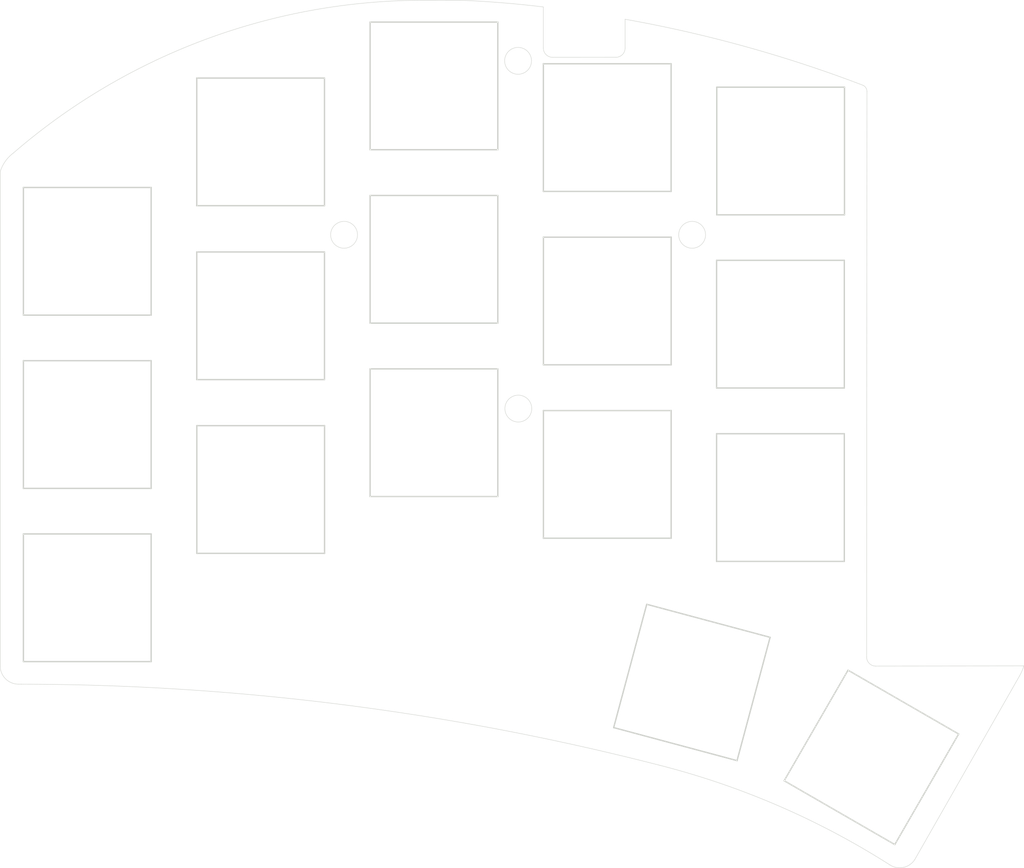
<source format=kicad_pcb>
(kicad_pcb (version 20221018) (generator pcbnew)
  (layers (0 "F.Cu" signal) (31 "B.Cu" signal) (34 "B.Paste" user) (35 "F.Paste" user) (36 "B.SilkS" user "B.Silkscreen") (37 "F.SilkS" user "F.Silkscreen") (38 "B.Mask" user) (39 "F.Mask" user) (44 "Edge.Cuts" user))
  (net 0 "")
  (footprint "kbd:SW_PG1350_cut" (layer "F.Cu") (at 45 77)
    (fp_text reference "SW2" hide)
    (fp_text value "SW_Push" hide)
    (fp_line (start -7 -7) (end 7 -7) (stroke (width 0.15)) (layer "Edge.Cuts"))
    (fp_line (start -7 7) (end -7 -7) (stroke (width 0.15)) (layer "Edge.Cuts"))
    (fp_line (start -7 7) (end 7 7) (stroke (width 0.15)) (layer "Edge.Cuts"))
    (fp_line (start 7 7) (end 7 -7) (stroke (width 0.15)) (layer "Edge.Cuts"))
  )
  (footprint "kbd:SW_PG1350_cut" (layer "F.Cu") (at 64 65)
    (fp_text reference "SW3" hide)
    (fp_text value "SW_Push" hide)
    (fp_line (start -7 -7) (end 7 -7) (stroke (width 0.15)) (layer "Edge.Cuts"))
    (fp_line (start -7 7) (end -7 -7) (stroke (width 0.15)) (layer "Edge.Cuts"))
    (fp_line (start -7 7) (end 7 7) (stroke (width 0.15)) (layer "Edge.Cuts"))
    (fp_line (start 7 7) (end 7 -7) (stroke (width 0.15)) (layer "Edge.Cuts"))
  )
  (footprint "kbd:SW_PG1350_cut" (layer "F.Cu") (at 83 58.86)
    (fp_text reference "SW4" hide)
    (fp_text value "SW_Push" hide)
    (fp_line (start -7 -7) (end 7 -7) (stroke (width 0.15)) (layer "Edge.Cuts"))
    (fp_line (start -7 7) (end -7 -7) (stroke (width 0.15)) (layer "Edge.Cuts"))
    (fp_line (start -7 7) (end 7 7) (stroke (width 0.15)) (layer "Edge.Cuts"))
    (fp_line (start 7 7) (end 7 -7) (stroke (width 0.15)) (layer "Edge.Cuts"))
  )
  (footprint "kbd:SW_PG1350_cut" (layer "F.Cu") (at 101.994 63.432)
    (fp_text reference "SW5" hide)
    (fp_text value "SW_Push" hide)
    (fp_line (start -7 -7) (end 7 -7) (stroke (width 0.15)) (layer "Edge.Cuts"))
    (fp_line (start -7 7) (end -7 -7) (stroke (width 0.15)) (layer "Edge.Cuts"))
    (fp_line (start -7 7) (end 7 7) (stroke (width 0.15)) (layer "Edge.Cuts"))
    (fp_line (start 7 7) (end 7 -7) (stroke (width 0.15)) (layer "Edge.Cuts"))
  )
  (footprint "kbd:SW_PG1350_cut" (layer "F.Cu") (at 121 66)
    (fp_text reference "SW6" hide)
    (fp_text value "SW_Push" hide)
    (fp_line (start -7 -7) (end 7 -7) (stroke (width 0.15)) (layer "Edge.Cuts"))
    (fp_line (start -7 7) (end -7 -7) (stroke (width 0.15)) (layer "Edge.Cuts"))
    (fp_line (start -7 7) (end 7 7) (stroke (width 0.15)) (layer "Edge.Cuts"))
    (fp_line (start 7 7) (end 7 -7) (stroke (width 0.15)) (layer "Edge.Cuts"))
  )
  (footprint "kbd:SW_PG1350_cut" (layer "F.Cu") (at 45 96)
    (fp_text reference "SW8" hide)
    (fp_text value "SW_Push" hide)
    (fp_line (start -7 -7) (end 7 -7) (stroke (width 0.15)) (layer "Edge.Cuts"))
    (fp_line (start -7 7) (end -7 -7) (stroke (width 0.15)) (layer "Edge.Cuts"))
    (fp_line (start -7 7) (end 7 7) (stroke (width 0.15)) (layer "Edge.Cuts"))
    (fp_line (start 7 7) (end 7 -7) (stroke (width 0.15)) (layer "Edge.Cuts"))
  )
  (footprint "kbd:SW_PG1350_cut" (layer "F.Cu") (at 64 84.074)
    (fp_text reference "SW9" hide)
    (fp_text value "SW_Push" hide)
    (fp_line (start -7 -7) (end 7 -7) (stroke (width 0.15)) (layer "Edge.Cuts"))
    (fp_line (start -7 7) (end -7 -7) (stroke (width 0.15)) (layer "Edge.Cuts"))
    (fp_line (start -7 7) (end 7 7) (stroke (width 0.15)) (layer "Edge.Cuts"))
    (fp_line (start 7 7) (end 7 -7) (stroke (width 0.15)) (layer "Edge.Cuts"))
  )
  (footprint "kbd:SW_PG1350_cut" (layer "F.Cu") (at 83 77.878)
    (fp_text reference "SW10" hide)
    (fp_text value "SW_Push" hide)
    (fp_line (start -7 -7) (end 7 -7) (stroke (width 0.15)) (layer "Edge.Cuts"))
    (fp_line (start -7 7) (end -7 -7) (stroke (width 0.15)) (layer "Edge.Cuts"))
    (fp_line (start -7 7) (end 7 7) (stroke (width 0.15)) (layer "Edge.Cuts"))
    (fp_line (start 7 7) (end 7 -7) (stroke (width 0.15)) (layer "Edge.Cuts"))
  )
  (footprint "kbd:SW_PG1350_cut" (layer "F.Cu") (at 102 82.45)
    (fp_text reference "SW11" hide)
    (fp_text value "SW_Push" hide)
    (fp_line (start -7 -7) (end 7 -7) (stroke (width 0.15)) (layer "Edge.Cuts"))
    (fp_line (start -7 7) (end -7 -7) (stroke (width 0.15)) (layer "Edge.Cuts"))
    (fp_line (start -7 7) (end 7 7) (stroke (width 0.15)) (layer "Edge.Cuts"))
    (fp_line (start 7 7) (end 7 -7) (stroke (width 0.15)) (layer "Edge.Cuts"))
  )
  (footprint "kbd:SW_PG1350_cut" (layer "F.Cu") (at 120.98 84.99)
    (fp_text reference "SW12" hide)
    (fp_text value "SW_Push" hide)
    (fp_line (start -7 -7) (end 7 -7) (stroke (width 0.15)) (layer "Edge.Cuts"))
    (fp_line (start -7 7) (end -7 -7) (stroke (width 0.15)) (layer "Edge.Cuts"))
    (fp_line (start -7 7) (end 7 7) (stroke (width 0.15)) (layer "Edge.Cuts"))
    (fp_line (start 7 7) (end 7 -7) (stroke (width 0.15)) (layer "Edge.Cuts"))
  )
  (footprint "kbd:SW_PG1350_cut" (layer "F.Cu") (at 45 115)
    (fp_text reference "SW14" hide)
    (fp_text value "SW_Push" hide)
    (fp_line (start -7 -7) (end 7 -7) (stroke (width 0.15)) (layer "Edge.Cuts"))
    (fp_line (start -7 7) (end -7 -7) (stroke (width 0.15)) (layer "Edge.Cuts"))
    (fp_line (start -7 7) (end 7 7) (stroke (width 0.15)) (layer "Edge.Cuts"))
    (fp_line (start 7 7) (end 7 -7) (stroke (width 0.15)) (layer "Edge.Cuts"))
  )
  (footprint "kbd:SW_PG1350_cut" (layer "F.Cu") (at 64.008 103.124)
    (fp_text reference "SW15" hide)
    (fp_text value "SW_Push" hide)
    (fp_line (start -7 -7) (end 7 -7) (stroke (width 0.15)) (layer "Edge.Cuts"))
    (fp_line (start -7 7) (end -7 -7) (stroke (width 0.15)) (layer "Edge.Cuts"))
    (fp_line (start -7 7) (end 7 7) (stroke (width 0.15)) (layer "Edge.Cuts"))
    (fp_line (start 7 7) (end 7 -7) (stroke (width 0.15)) (layer "Edge.Cuts"))
  )
  (footprint "kbd:SW_PG1350_cut" (layer "F.Cu") (at 83 96.896)
    (fp_text reference "SW16" hide)
    (fp_text value "SW_Push" hide)
    (fp_line (start -7 -7) (end 7 -7) (stroke (width 0.15)) (layer "Edge.Cuts"))
    (fp_line (start -7 7) (end -7 -7) (stroke (width 0.15)) (layer "Edge.Cuts"))
    (fp_line (start -7 7) (end 7 7) (stroke (width 0.15)) (layer "Edge.Cuts"))
    (fp_line (start 7 7) (end 7 -7) (stroke (width 0.15)) (layer "Edge.Cuts"))
  )
  (footprint "kbd:SW_PG1350_cut" (layer "F.Cu") (at 102 101.468)
    (fp_text reference "SW17" hide)
    (fp_text value "SW_Push" hide)
    (fp_line (start -7 -7) (end 7 -7) (stroke (width 0.15)) (layer "Edge.Cuts"))
    (fp_line (start -7 7) (end -7 -7) (stroke (width 0.15)) (layer "Edge.Cuts"))
    (fp_line (start -7 7) (end 7 7) (stroke (width 0.15)) (layer "Edge.Cuts"))
    (fp_line (start 7 7) (end 7 -7) (stroke (width 0.15)) (layer "Edge.Cuts"))
  )
  (footprint "kbd:SW_PG1350_cut" (layer "F.Cu") (at 130.95 132.504 -30)
    (fp_text reference "SW20" hide)
    (fp_text value "SW_Push" hide)
    (fp_line (start -7 -7) (end 7 -7) (stroke (width 0.15)) (layer "Edge.Cuts"))
    (fp_line (start -7 7) (end -7 -7) (stroke (width 0.15)) (layer "Edge.Cuts"))
    (fp_line (start -7 7) (end 7 7) (stroke (width 0.15)) (layer "Edge.Cuts"))
    (fp_line (start 7 7) (end 7 -7) (stroke (width 0.15)) (layer "Edge.Cuts"))
  )
  (footprint "kbd:SW_PG1350_cut" (layer "F.Cu") (at 111.272 124.288 -15)
    (fp_text reference "SW21" hide)
    (fp_text value "SW_Push" hide)
    (fp_line (start -7 -7) (end 7 -7) (stroke (width 0.15)) (layer "Edge.Cuts"))
    (fp_line (start -7 7) (end -7 -7) (stroke (width 0.15)) (layer "Edge.Cuts"))
    (fp_line (start -7 7) (end 7 7) (stroke (width 0.15)) (layer "Edge.Cuts"))
    (fp_line (start 7 7) (end 7 -7) (stroke (width 0.15)) (layer "Edge.Cuts"))
  )
  (footprint "kbd:SW_PG1350_cut" (layer "F.Cu") (at 120.98 104.008)
    (fp_text reference "SW18" hide)
    (fp_text value "SW_Push" hide)
    (fp_line (start -7 -7) (end 7 -7) (stroke (width 0.15)) (layer "Edge.Cuts"))
    (fp_line (start -7 7) (end -7 -7) (stroke (width 0.15)) (layer "Edge.Cuts"))
    (fp_line (start -7 7) (end 7 7) (stroke (width 0.15)) (layer "Edge.Cuts"))
    (fp_line (start 7 7) (end 7 -7) (stroke (width 0.15)) (layer "Edge.Cuts"))
  )
  (gr_line (start 131.427113 122.492892) (end 147.66 122.47) (stroke (width 0.05)) (layer "Edge.Cuts"))
  (gr_line (start 147.161679 123.613657) (end 135.71 143.699265) (stroke (width 0.05)) (layer "Edge.Cuts"))
  (gr_arc (start 147.66 122.47) (mid 147.442002 123.055406) (end 147.161679 123.613657) (stroke (width 0.05)) (layer "Edge.Cuts"))
  (gr_arc (start 131.427113 122.492892) (mid 130.72 122.2) (end 130.427113 121.492892) (stroke (width 0.05)) (layer "Edge.Cuts"))
  (gr_line (start 130.427113 121.492892) (end 130.463 59.473) (stroke (width 0.05)) (layer "Edge.Cuts"))
  (gr_arc (start 35.465859 68.23732) (mid 36.023193 67.119598) (end 36.894611 66.224861) (stroke (width 0.05)) (layer "Edge.Cuts"))
  (gr_arc (start 103.95 51.55) (mid 117.160552 54.553964) (end 130.028245 58.79247) (stroke (width 0.05)) (layer "Edge.Cuts"))
  (gr_line (start 37.767536 124.476378) (end 37.493002 124.473917) (stroke (width 0.05)) (layer "Edge.Cuts"))
  (gr_arc (start 107.797707 133.384137) (mid 120.821222 137.841207) (end 132.978 144.298) (stroke (width 0.05)) (layer "Edge.Cuts"))
  (gr_arc (start 37.767536 124.476378) (mid 73.062529 126.72971) (end 107.797707 133.384137) (stroke (width 0.05)) (layer "Edge.Cuts"))
  (gr_arc (start 37.493002 124.473917) (mid 36.080534 123.924716) (end 35.458001 122.542999) (stroke (width 0.05)) (layer "Edge.Cuts"))
  (gr_arc (start 135.71 143.699265) (mid 134.468995 144.56898) (end 132.978 144.298) (stroke (width 0.05)) (layer "Edge.Cuts"))
  (gr_arc (start 130.028245 58.79247) (mid 130.345034 59.069226) (end 130.463 59.473) (stroke (width 0.05)) (layer "Edge.Cuts"))
  (gr_line (start 35.465859 68.23732) (end 35.458001 122.542999) (stroke (width 0.05)) (layer "Edge.Cuts"))
  (gr_line (start 85.843227 49.463504) (end 81.868 49.468) (stroke (width 0.05)) (layer "Edge.Cuts"))
  (gr_arc (start 36.894611 66.224861) (mid 57.871135 53.793316) (end 81.868 49.468) (stroke (width 0.05)) (layer "Edge.Cuts"))
  (gr_line (start 102.95 55.72) (end 96.007113 55.722892) (stroke (width 0.05)) (layer "Edge.Cuts"))
  (gr_arc (start 96.007113 55.722892) (mid 95.292916 55.430003) (end 94.99 54.72) (stroke (width 0.05)) (layer "Edge.Cuts"))
  (gr_circle (center 111.297842 75.19) (end 112.746859 74.93) (stroke (width 0.05)) (fill none) (layer "Edge.Cuts"))
  (gr_line (start 103.95 54.72) (end 103.95 51.55) (stroke (width 0.05)) (layer "Edge.Cuts"))
  (gr_arc (start 103.95 54.72) (mid 103.657101 55.427096) (end 102.95 55.72) (stroke (width 0.05)) (layer "Edge.Cuts"))
  (gr_line (start 94.99 54.72) (end 94.99 50.2) (stroke (width 0.05)) (layer "Edge.Cuts"))
  (gr_circle (center 92.247842 94.25) (end 93.696859 93.99) (stroke (width 0.05)) (fill none) (layer "Edge.Cuts"))
  (gr_circle (center 73.147842 75.19) (end 74.596859 74.93) (stroke (width 0.05)) (fill none) (layer "Edge.Cuts"))
  (gr_circle (center 92.22 56.11) (end 93.669017 55.85) (stroke (width 0.05)) (fill none) (layer "Edge.Cuts"))
  (gr_arc (start 85.843227 49.463504) (mid 90.423979 49.740285) (end 94.99 50.2) (stroke (width 0.05)) (layer "Edge.Cuts"))
)
</source>
